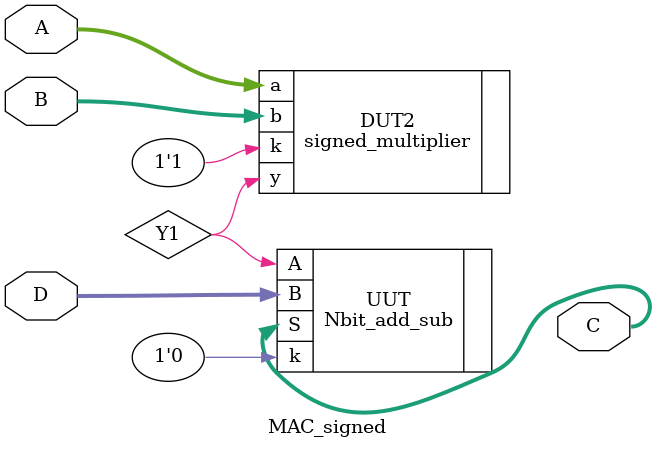
<source format=v>
module MAC_signed #(parameter N=32, M=32) (A,B,C,D) ;
input [N-1:0]A;
input [M-1:0]B;
input [N+M-1:0]D;
output [N+M:0]C;

wire [N+M-1:0]Yl;
//wire [N+M-1:0] Y2;
//wire [N+M: 0]  Y3;

//assign Y2[N-1:0] = C;
//assign Y2[N+M-1 :N] = {M{C[N-1]}};
//signed_multiplier #(.n(N) , .m(M) ) SM1 (.a(A) , .b(B), .k(1'bl), .y(Y1) ) ;
signed_multiplier #(.n(N), .m(M) ) DUT2 (.a(A), .b(B), .k(1'b1), .y(Y1) );
//Nbit_add_sub NAS # (.N (N+M) )  DUT2 (.A(Y1) , .B(D), .k(l'b0), .Y(Y3) );
Nbit_add_sub #(.N(N+M))  UUT (.A(Y1) , .B(D) , .k(1'b0), .S(C) );

endmodule

</source>
